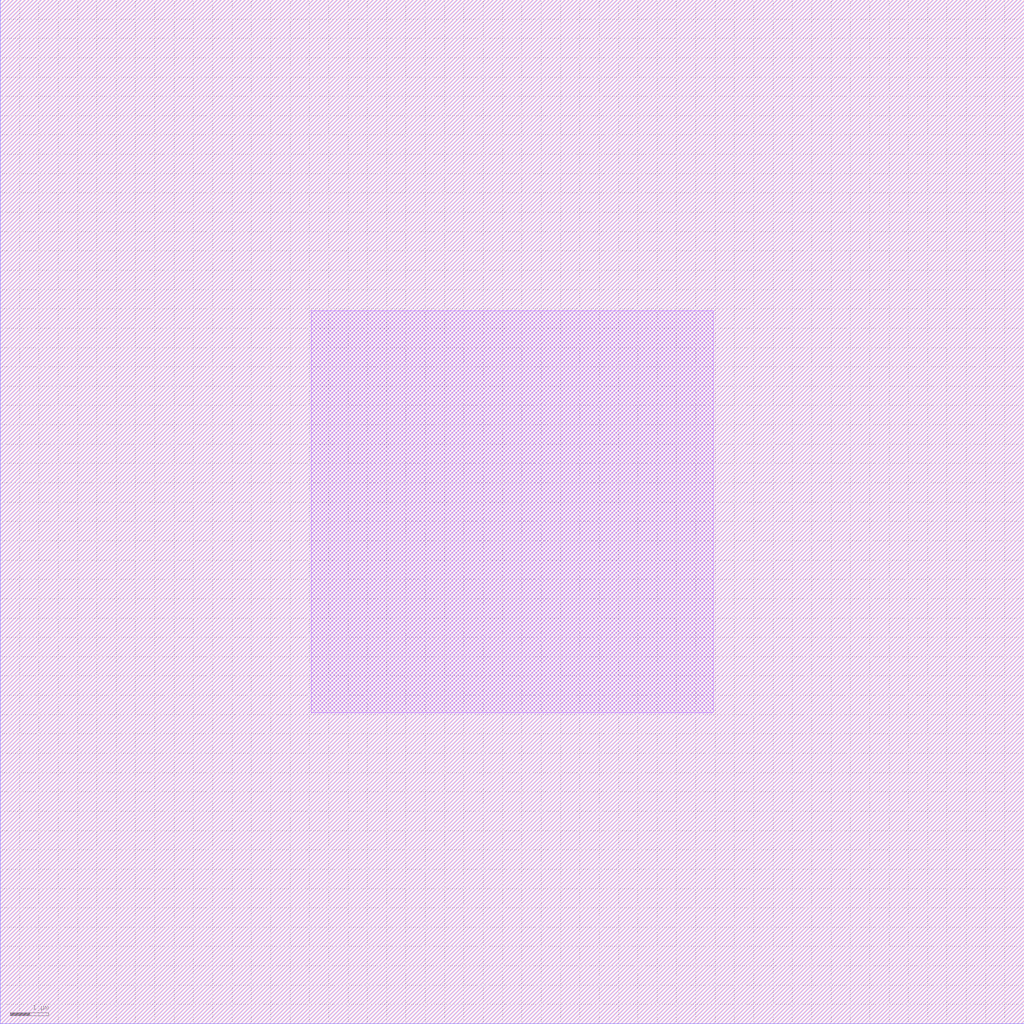
<source format=lef>
# Copyright 2020 The SkyWater PDK Authors
#
# Licensed under the Apache License, Version 2.0 (the "License");
# you may not use this file except in compliance with the License.
# You may obtain a copy of the License at
#
#     https://www.apache.org/licenses/LICENSE-2.0
#
# Unless required by applicable law or agreed to in writing, software
# distributed under the License is distributed on an "AS IS" BASIS,
# WITHOUT WARRANTIES OR CONDITIONS OF ANY KIND, either express or implied.
# See the License for the specific language governing permissions and
# limitations under the License.
#
# SPDX-License-Identifier: Apache-2.0

VERSION 5.7 ;
  NOWIREEXTENSIONATPIN ON ;
  DIVIDERCHAR "/" ;
  BUSBITCHARS "[]" ;
MACRO sky130_fd_pr__via_m5r1__example1
  CLASS BLOCK ;
  FOREIGN sky130_fd_pr__via_m5r1__example1 ;
  ORIGIN  0.000000  0.000000 ;
  SIZE  26.50000 BY  26.50000 ;
  OBS
    LAYER met5 ;
      RECT 8.050000 8.050000 18.450000 18.450000 ;
    LAYER met6 ;
      RECT 0.000000 0.000000 26.500000 26.500000 ;
  END
END sky130_fd_pr__via_m5r1__example1
END LIBRARY

</source>
